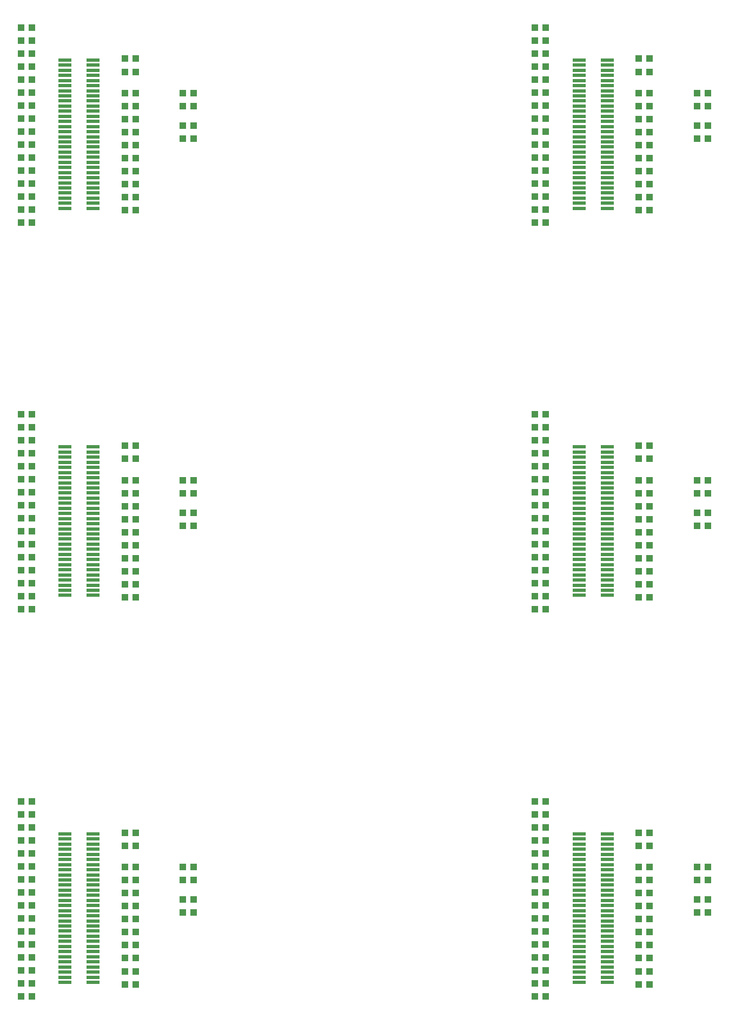
<source format=gbp>
G04*
G04 #@! TF.GenerationSoftware,Altium Limited,Altium Designer,19.0.15 (446)*
G04*
G04 Layer_Color=128*
%FSLAX43Y43*%
%MOMM*%
G71*
G01*
G75*
%ADD13R,1.100X1.000*%
%ADD26R,2.000X0.500*%
D13*
X40891Y34352D02*
D03*
X42591D02*
D03*
X42591Y46560D02*
D03*
X40891D02*
D03*
X42591Y44524D02*
D03*
X40891D02*
D03*
X42591Y42488D02*
D03*
X40891D02*
D03*
X42591Y40452D02*
D03*
X40891D02*
D03*
X58845Y32206D02*
D03*
X57145D02*
D03*
X58845Y26097D02*
D03*
X57145D02*
D03*
X67973Y37296D02*
D03*
X66273D02*
D03*
X67973Y39332D02*
D03*
X66273D02*
D03*
X67973Y42386D02*
D03*
X66273D02*
D03*
X67973Y44422D02*
D03*
X66273D02*
D03*
X58845Y40350D02*
D03*
X57145D02*
D03*
X58845Y42386D02*
D03*
X57145D02*
D03*
X58845Y44422D02*
D03*
X57145D02*
D03*
X58845Y34242D02*
D03*
X57145D02*
D03*
X58845Y36278D02*
D03*
X57145D02*
D03*
X58845Y38314D02*
D03*
X57145D02*
D03*
X58845Y49798D02*
D03*
X57145D02*
D03*
X58845Y47762D02*
D03*
X57145D02*
D03*
X58845Y30170D02*
D03*
X57145D02*
D03*
X58845Y28133D02*
D03*
X57145D02*
D03*
X42591Y30288D02*
D03*
X40891D02*
D03*
X42591Y28256D02*
D03*
X40891D02*
D03*
X42591Y26224D02*
D03*
X40891D02*
D03*
X42591Y24192D02*
D03*
X40891D02*
D03*
X42591Y54704D02*
D03*
X40891D02*
D03*
X42591Y52668D02*
D03*
X40891D02*
D03*
X42591Y50632D02*
D03*
X40891D02*
D03*
X42591Y48596D02*
D03*
X40891D02*
D03*
X42591Y32320D02*
D03*
X40891D02*
D03*
X42591Y38416D02*
D03*
X40891D02*
D03*
X42591Y36384D02*
D03*
X40891D02*
D03*
X121391Y34352D02*
D03*
X123091D02*
D03*
X123091Y46560D02*
D03*
X121391D02*
D03*
X123091Y44524D02*
D03*
X121391D02*
D03*
X123091Y42488D02*
D03*
X121391D02*
D03*
X123091Y40452D02*
D03*
X121391D02*
D03*
X139345Y32206D02*
D03*
X137645D02*
D03*
X139345Y26097D02*
D03*
X137645D02*
D03*
X148473Y37296D02*
D03*
X146773D02*
D03*
X148473Y39332D02*
D03*
X146773D02*
D03*
X148473Y42386D02*
D03*
X146773D02*
D03*
X148473Y44422D02*
D03*
X146773D02*
D03*
X139345Y40350D02*
D03*
X137645D02*
D03*
X139345Y42386D02*
D03*
X137645D02*
D03*
X139345Y44422D02*
D03*
X137645D02*
D03*
X139345Y34242D02*
D03*
X137645D02*
D03*
X139345Y36278D02*
D03*
X137645D02*
D03*
X139345Y38314D02*
D03*
X137645D02*
D03*
X139345Y49798D02*
D03*
X137645D02*
D03*
X139345Y47762D02*
D03*
X137645D02*
D03*
X139345Y30170D02*
D03*
X137645D02*
D03*
X139345Y28133D02*
D03*
X137645D02*
D03*
X123091Y30288D02*
D03*
X121391D02*
D03*
X123091Y28256D02*
D03*
X121391D02*
D03*
X123091Y26224D02*
D03*
X121391D02*
D03*
X123091Y24192D02*
D03*
X121391D02*
D03*
X123091Y54704D02*
D03*
X121391D02*
D03*
X123091Y52668D02*
D03*
X121391D02*
D03*
X123091Y50632D02*
D03*
X121391D02*
D03*
X123091Y48596D02*
D03*
X121391D02*
D03*
X123091Y32320D02*
D03*
X121391D02*
D03*
X123091Y38416D02*
D03*
X121391D02*
D03*
X123091Y36384D02*
D03*
X121391D02*
D03*
X40891Y94852D02*
D03*
X42591D02*
D03*
X42591Y107060D02*
D03*
X40891D02*
D03*
X42591Y105024D02*
D03*
X40891D02*
D03*
X42591Y102988D02*
D03*
X40891D02*
D03*
X42591Y100952D02*
D03*
X40891D02*
D03*
X58845Y92706D02*
D03*
X57145D02*
D03*
X58845Y86597D02*
D03*
X57145D02*
D03*
X67973Y97796D02*
D03*
X66273D02*
D03*
X67973Y99832D02*
D03*
X66273D02*
D03*
X67973Y102886D02*
D03*
X66273D02*
D03*
X67973Y104922D02*
D03*
X66273D02*
D03*
X58845Y100850D02*
D03*
X57145D02*
D03*
X58845Y102886D02*
D03*
X57145D02*
D03*
X58845Y104922D02*
D03*
X57145D02*
D03*
X58845Y94742D02*
D03*
X57145D02*
D03*
X58845Y96778D02*
D03*
X57145D02*
D03*
X58845Y98814D02*
D03*
X57145D02*
D03*
X58845Y110298D02*
D03*
X57145D02*
D03*
X58845Y108262D02*
D03*
X57145D02*
D03*
X58845Y90670D02*
D03*
X57145D02*
D03*
X58845Y88633D02*
D03*
X57145D02*
D03*
X42591Y90788D02*
D03*
X40891D02*
D03*
X42591Y88756D02*
D03*
X40891D02*
D03*
X42591Y86724D02*
D03*
X40891D02*
D03*
X42591Y84692D02*
D03*
X40891D02*
D03*
X42591Y115204D02*
D03*
X40891D02*
D03*
X42591Y113168D02*
D03*
X40891D02*
D03*
X42591Y111132D02*
D03*
X40891D02*
D03*
X42591Y109096D02*
D03*
X40891D02*
D03*
X42591Y92820D02*
D03*
X40891D02*
D03*
X42591Y98916D02*
D03*
X40891D02*
D03*
X42591Y96884D02*
D03*
X40891D02*
D03*
X121391Y94852D02*
D03*
X123091D02*
D03*
X123091Y107060D02*
D03*
X121391D02*
D03*
X123091Y105024D02*
D03*
X121391D02*
D03*
X123091Y102988D02*
D03*
X121391D02*
D03*
X123091Y100952D02*
D03*
X121391D02*
D03*
X139345Y92706D02*
D03*
X137645D02*
D03*
X139345Y86597D02*
D03*
X137645D02*
D03*
X148473Y97796D02*
D03*
X146773D02*
D03*
X148473Y99832D02*
D03*
X146773D02*
D03*
X148473Y102886D02*
D03*
X146773D02*
D03*
X148473Y104922D02*
D03*
X146773D02*
D03*
X139345Y100850D02*
D03*
X137645D02*
D03*
X139345Y102886D02*
D03*
X137645D02*
D03*
X139345Y104922D02*
D03*
X137645D02*
D03*
X139345Y94742D02*
D03*
X137645D02*
D03*
X139345Y96778D02*
D03*
X137645D02*
D03*
X139345Y98814D02*
D03*
X137645D02*
D03*
X139345Y110298D02*
D03*
X137645D02*
D03*
X139345Y108262D02*
D03*
X137645D02*
D03*
X139345Y90670D02*
D03*
X137645D02*
D03*
X139345Y88633D02*
D03*
X137645D02*
D03*
X123091Y90788D02*
D03*
X121391D02*
D03*
X123091Y88756D02*
D03*
X121391D02*
D03*
X123091Y86724D02*
D03*
X121391D02*
D03*
X123091Y84692D02*
D03*
X121391D02*
D03*
X123091Y115204D02*
D03*
X121391D02*
D03*
X123091Y113168D02*
D03*
X121391D02*
D03*
X123091Y111132D02*
D03*
X121391D02*
D03*
X123091Y109096D02*
D03*
X121391D02*
D03*
X123091Y92820D02*
D03*
X121391D02*
D03*
X123091Y98916D02*
D03*
X121391D02*
D03*
X123091Y96884D02*
D03*
X121391D02*
D03*
X40891Y155352D02*
D03*
X42591D02*
D03*
X42591Y167560D02*
D03*
X40891D02*
D03*
X42591Y165524D02*
D03*
X40891D02*
D03*
X42591Y163488D02*
D03*
X40891D02*
D03*
X42591Y161452D02*
D03*
X40891D02*
D03*
X58845Y153206D02*
D03*
X57145D02*
D03*
X58845Y147097D02*
D03*
X57145D02*
D03*
X67973Y158296D02*
D03*
X66273D02*
D03*
X67973Y160332D02*
D03*
X66273D02*
D03*
X67973Y163386D02*
D03*
X66273D02*
D03*
X67973Y165422D02*
D03*
X66273D02*
D03*
X58845Y161350D02*
D03*
X57145D02*
D03*
X58845Y163386D02*
D03*
X57145D02*
D03*
X58845Y165422D02*
D03*
X57145D02*
D03*
X58845Y155242D02*
D03*
X57145D02*
D03*
X58845Y157278D02*
D03*
X57145D02*
D03*
X58845Y159314D02*
D03*
X57145D02*
D03*
X58845Y170798D02*
D03*
X57145D02*
D03*
X58845Y168762D02*
D03*
X57145D02*
D03*
X58845Y151170D02*
D03*
X57145D02*
D03*
X58845Y149133D02*
D03*
X57145D02*
D03*
X42591Y151288D02*
D03*
X40891D02*
D03*
X42591Y149256D02*
D03*
X40891D02*
D03*
X42591Y147224D02*
D03*
X40891D02*
D03*
X42591Y145192D02*
D03*
X40891D02*
D03*
X42591Y175704D02*
D03*
X40891D02*
D03*
X42591Y173668D02*
D03*
X40891D02*
D03*
X42591Y171632D02*
D03*
X40891D02*
D03*
X42591Y169596D02*
D03*
X40891D02*
D03*
X42591Y153320D02*
D03*
X40891D02*
D03*
X42591Y159416D02*
D03*
X40891D02*
D03*
X42591Y157384D02*
D03*
X40891D02*
D03*
X121391Y155352D02*
D03*
X123091D02*
D03*
X123091Y167560D02*
D03*
X121391D02*
D03*
X123091Y165524D02*
D03*
X121391D02*
D03*
X123091Y163488D02*
D03*
X121391D02*
D03*
X123091Y161452D02*
D03*
X121391D02*
D03*
X139345Y153206D02*
D03*
X137645D02*
D03*
X139345Y147097D02*
D03*
X137645D02*
D03*
X148473Y158296D02*
D03*
X146773D02*
D03*
X148473Y160332D02*
D03*
X146773D02*
D03*
X148473Y163386D02*
D03*
X146773D02*
D03*
X148473Y165422D02*
D03*
X146773D02*
D03*
X139345Y161350D02*
D03*
X137645D02*
D03*
X139345Y163386D02*
D03*
X137645D02*
D03*
X139345Y165422D02*
D03*
X137645D02*
D03*
X139345Y155242D02*
D03*
X137645D02*
D03*
X139345Y157278D02*
D03*
X137645D02*
D03*
X139345Y159314D02*
D03*
X137645D02*
D03*
X139345Y170798D02*
D03*
X137645D02*
D03*
X139345Y168762D02*
D03*
X137645D02*
D03*
X139345Y151170D02*
D03*
X137645D02*
D03*
X139345Y149133D02*
D03*
X137645D02*
D03*
X123091Y151288D02*
D03*
X121391D02*
D03*
X123091Y149256D02*
D03*
X121391D02*
D03*
X123091Y147224D02*
D03*
X121391D02*
D03*
X123091Y145192D02*
D03*
X121391D02*
D03*
X123091Y175704D02*
D03*
X121391D02*
D03*
X123091Y173668D02*
D03*
X121391D02*
D03*
X123091Y171632D02*
D03*
X121391D02*
D03*
X123091Y169596D02*
D03*
X121391D02*
D03*
X123091Y153320D02*
D03*
X121391D02*
D03*
X123091Y159416D02*
D03*
X121391D02*
D03*
X123091Y157384D02*
D03*
X121391D02*
D03*
D26*
X52200Y49600D02*
D03*
X47800D02*
D03*
X52200Y48800D02*
D03*
X47800D02*
D03*
X52200Y48000D02*
D03*
X47800D02*
D03*
X52200Y47200D02*
D03*
X47800D02*
D03*
X52200Y46400D02*
D03*
X47800D02*
D03*
X52200Y45600D02*
D03*
X47800D02*
D03*
X52200Y44800D02*
D03*
X47800D02*
D03*
X52200Y44000D02*
D03*
X47800D02*
D03*
X52200Y43200D02*
D03*
X47800D02*
D03*
X52200Y42400D02*
D03*
X47800D02*
D03*
X52200Y41600D02*
D03*
X47800D02*
D03*
X52200Y40800D02*
D03*
X47800D02*
D03*
X52200Y40000D02*
D03*
X47800D02*
D03*
X52200Y39200D02*
D03*
X47800D02*
D03*
X52200Y38400D02*
D03*
X47800D02*
D03*
X52200Y37600D02*
D03*
X47800D02*
D03*
X52200Y36800D02*
D03*
X47800D02*
D03*
X52200Y36000D02*
D03*
X47800D02*
D03*
X52200Y35200D02*
D03*
X47800D02*
D03*
X52200Y34400D02*
D03*
X47800D02*
D03*
X52200Y33600D02*
D03*
X47800D02*
D03*
X52200Y32800D02*
D03*
X47800D02*
D03*
X52200Y32000D02*
D03*
X47800D02*
D03*
X52200Y31200D02*
D03*
X47800D02*
D03*
X52200Y30400D02*
D03*
X47800D02*
D03*
X52200Y29600D02*
D03*
X47800D02*
D03*
X52200Y28800D02*
D03*
X47800D02*
D03*
X52200Y28000D02*
D03*
X47800D02*
D03*
X52200Y27200D02*
D03*
X47800D02*
D03*
X52200Y26400D02*
D03*
X47800D02*
D03*
X132700Y49600D02*
D03*
X128300D02*
D03*
X132700Y48800D02*
D03*
X128300D02*
D03*
X132700Y48000D02*
D03*
X128300D02*
D03*
X132700Y47200D02*
D03*
X128300D02*
D03*
X132700Y46400D02*
D03*
X128300D02*
D03*
X132700Y45600D02*
D03*
X128300D02*
D03*
X132700Y44800D02*
D03*
X128300D02*
D03*
X132700Y44000D02*
D03*
X128300D02*
D03*
X132700Y43200D02*
D03*
X128300D02*
D03*
X132700Y42400D02*
D03*
X128300D02*
D03*
X132700Y41600D02*
D03*
X128300D02*
D03*
X132700Y40800D02*
D03*
X128300D02*
D03*
X132700Y40000D02*
D03*
X128300D02*
D03*
X132700Y39200D02*
D03*
X128300D02*
D03*
X132700Y38400D02*
D03*
X128300D02*
D03*
X132700Y37600D02*
D03*
X128300D02*
D03*
X132700Y36800D02*
D03*
X128300D02*
D03*
X132700Y36000D02*
D03*
X128300D02*
D03*
X132700Y35200D02*
D03*
X128300D02*
D03*
X132700Y34400D02*
D03*
X128300D02*
D03*
X132700Y33600D02*
D03*
X128300D02*
D03*
X132700Y32800D02*
D03*
X128300D02*
D03*
X132700Y32000D02*
D03*
X128300D02*
D03*
X132700Y31200D02*
D03*
X128300D02*
D03*
X132700Y30400D02*
D03*
X128300D02*
D03*
X132700Y29600D02*
D03*
X128300D02*
D03*
X132700Y28800D02*
D03*
X128300D02*
D03*
X132700Y28000D02*
D03*
X128300D02*
D03*
X132700Y27200D02*
D03*
X128300D02*
D03*
X132700Y26400D02*
D03*
X128300D02*
D03*
X52200Y110100D02*
D03*
X47800D02*
D03*
X52200Y109300D02*
D03*
X47800D02*
D03*
X52200Y108500D02*
D03*
X47800D02*
D03*
X52200Y107700D02*
D03*
X47800D02*
D03*
X52200Y106900D02*
D03*
X47800D02*
D03*
X52200Y106100D02*
D03*
X47800D02*
D03*
X52200Y105300D02*
D03*
X47800D02*
D03*
X52200Y104500D02*
D03*
X47800D02*
D03*
X52200Y103700D02*
D03*
X47800D02*
D03*
X52200Y102900D02*
D03*
X47800D02*
D03*
X52200Y102100D02*
D03*
X47800D02*
D03*
X52200Y101300D02*
D03*
X47800D02*
D03*
X52200Y100500D02*
D03*
X47800D02*
D03*
X52200Y99700D02*
D03*
X47800D02*
D03*
X52200Y98900D02*
D03*
X47800D02*
D03*
X52200Y98100D02*
D03*
X47800D02*
D03*
X52200Y97300D02*
D03*
X47800D02*
D03*
X52200Y96500D02*
D03*
X47800D02*
D03*
X52200Y95700D02*
D03*
X47800D02*
D03*
X52200Y94900D02*
D03*
X47800D02*
D03*
X52200Y94100D02*
D03*
X47800D02*
D03*
X52200Y93300D02*
D03*
X47800D02*
D03*
X52200Y92500D02*
D03*
X47800D02*
D03*
X52200Y91700D02*
D03*
X47800D02*
D03*
X52200Y90900D02*
D03*
X47800D02*
D03*
X52200Y90100D02*
D03*
X47800D02*
D03*
X52200Y89300D02*
D03*
X47800D02*
D03*
X52200Y88500D02*
D03*
X47800D02*
D03*
X52200Y87700D02*
D03*
X47800D02*
D03*
X52200Y86900D02*
D03*
X47800D02*
D03*
X132700Y110100D02*
D03*
X128300D02*
D03*
X132700Y109300D02*
D03*
X128300D02*
D03*
X132700Y108500D02*
D03*
X128300D02*
D03*
X132700Y107700D02*
D03*
X128300D02*
D03*
X132700Y106900D02*
D03*
X128300D02*
D03*
X132700Y106100D02*
D03*
X128300D02*
D03*
X132700Y105300D02*
D03*
X128300D02*
D03*
X132700Y104500D02*
D03*
X128300D02*
D03*
X132700Y103700D02*
D03*
X128300D02*
D03*
X132700Y102900D02*
D03*
X128300D02*
D03*
X132700Y102100D02*
D03*
X128300D02*
D03*
X132700Y101300D02*
D03*
X128300D02*
D03*
X132700Y100500D02*
D03*
X128300D02*
D03*
X132700Y99700D02*
D03*
X128300D02*
D03*
X132700Y98900D02*
D03*
X128300D02*
D03*
X132700Y98100D02*
D03*
X128300D02*
D03*
X132700Y97300D02*
D03*
X128300D02*
D03*
X132700Y96500D02*
D03*
X128300D02*
D03*
X132700Y95700D02*
D03*
X128300D02*
D03*
X132700Y94900D02*
D03*
X128300D02*
D03*
X132700Y94100D02*
D03*
X128300D02*
D03*
X132700Y93300D02*
D03*
X128300D02*
D03*
X132700Y92500D02*
D03*
X128300D02*
D03*
X132700Y91700D02*
D03*
X128300D02*
D03*
X132700Y90900D02*
D03*
X128300D02*
D03*
X132700Y90100D02*
D03*
X128300D02*
D03*
X132700Y89300D02*
D03*
X128300D02*
D03*
X132700Y88500D02*
D03*
X128300D02*
D03*
X132700Y87700D02*
D03*
X128300D02*
D03*
X132700Y86900D02*
D03*
X128300D02*
D03*
X52200Y170600D02*
D03*
X47800D02*
D03*
X52200Y169800D02*
D03*
X47800D02*
D03*
X52200Y169000D02*
D03*
X47800D02*
D03*
X52200Y168200D02*
D03*
X47800D02*
D03*
X52200Y167400D02*
D03*
X47800D02*
D03*
X52200Y166600D02*
D03*
X47800D02*
D03*
X52200Y165800D02*
D03*
X47800D02*
D03*
X52200Y165000D02*
D03*
X47800D02*
D03*
X52200Y164200D02*
D03*
X47800D02*
D03*
X52200Y163400D02*
D03*
X47800D02*
D03*
X52200Y162600D02*
D03*
X47800D02*
D03*
X52200Y161800D02*
D03*
X47800D02*
D03*
X52200Y161000D02*
D03*
X47800D02*
D03*
X52200Y160200D02*
D03*
X47800D02*
D03*
X52200Y159400D02*
D03*
X47800D02*
D03*
X52200Y158600D02*
D03*
X47800D02*
D03*
X52200Y157800D02*
D03*
X47800D02*
D03*
X52200Y157000D02*
D03*
X47800D02*
D03*
X52200Y156200D02*
D03*
X47800D02*
D03*
X52200Y155400D02*
D03*
X47800D02*
D03*
X52200Y154600D02*
D03*
X47800D02*
D03*
X52200Y153800D02*
D03*
X47800D02*
D03*
X52200Y153000D02*
D03*
X47800D02*
D03*
X52200Y152200D02*
D03*
X47800D02*
D03*
X52200Y151400D02*
D03*
X47800D02*
D03*
X52200Y150600D02*
D03*
X47800D02*
D03*
X52200Y149800D02*
D03*
X47800D02*
D03*
X52200Y149000D02*
D03*
X47800D02*
D03*
X52200Y148200D02*
D03*
X47800D02*
D03*
X52200Y147400D02*
D03*
X47800D02*
D03*
X132700Y170600D02*
D03*
X128300D02*
D03*
X132700Y169800D02*
D03*
X128300D02*
D03*
X132700Y169000D02*
D03*
X128300D02*
D03*
X132700Y168200D02*
D03*
X128300D02*
D03*
X132700Y167400D02*
D03*
X128300D02*
D03*
X132700Y166600D02*
D03*
X128300D02*
D03*
X132700Y165800D02*
D03*
X128300D02*
D03*
X132700Y165000D02*
D03*
X128300D02*
D03*
X132700Y164200D02*
D03*
X128300D02*
D03*
X132700Y163400D02*
D03*
X128300D02*
D03*
X132700Y162600D02*
D03*
X128300D02*
D03*
X132700Y161800D02*
D03*
X128300D02*
D03*
X132700Y161000D02*
D03*
X128300D02*
D03*
X132700Y160200D02*
D03*
X128300D02*
D03*
X132700Y159400D02*
D03*
X128300D02*
D03*
X132700Y158600D02*
D03*
X128300D02*
D03*
X132700Y157800D02*
D03*
X128300D02*
D03*
X132700Y157000D02*
D03*
X128300D02*
D03*
X132700Y156200D02*
D03*
X128300D02*
D03*
X132700Y155400D02*
D03*
X128300D02*
D03*
X132700Y154600D02*
D03*
X128300D02*
D03*
X132700Y153800D02*
D03*
X128300D02*
D03*
X132700Y153000D02*
D03*
X128300D02*
D03*
X132700Y152200D02*
D03*
X128300D02*
D03*
X132700Y151400D02*
D03*
X128300D02*
D03*
X132700Y150600D02*
D03*
X128300D02*
D03*
X132700Y149800D02*
D03*
X128300D02*
D03*
X132700Y149000D02*
D03*
X128300D02*
D03*
X132700Y148200D02*
D03*
X128300D02*
D03*
X132700Y147400D02*
D03*
X128300D02*
D03*
M02*

</source>
